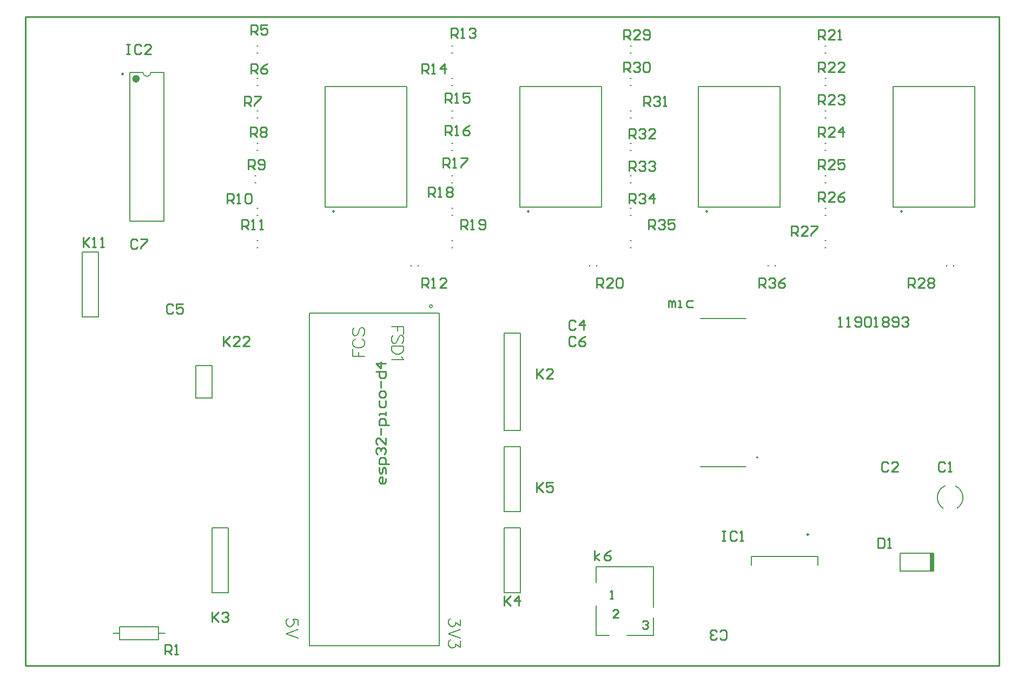
<source format=gto>
G04*
G04 #@! TF.GenerationSoftware,Altium Limited,Altium Designer,20.0.12 (288)*
G04*
G04 Layer_Color=65535*
%FSLAX23Y23*%
%MOIN*%
G70*
G01*
G75*
%ADD10C,0.010*%
%ADD11C,0.008*%
%ADD12C,0.024*%
%ADD13C,0.005*%
%ADD14C,0.010*%
%ADD15C,0.008*%
%ADD16R,0.031X0.110*%
D10*
X6427Y1810D02*
G03*
X6427Y1810I-5J0D01*
G01*
X2205Y4649D02*
G03*
X2205Y4649I-5J0D01*
G01*
X3505Y3802D02*
G03*
X3505Y3802I-5J0D01*
G01*
X4705D02*
G03*
X4705Y3802I-5J0D01*
G01*
X7005D02*
G03*
X7005Y3802I-5J0D01*
G01*
X5805D02*
G03*
X5805Y3802I-5J0D01*
G01*
D11*
X6115Y2285D02*
G03*
X6115Y2285I-4J0D01*
G01*
X7342Y1972D02*
G03*
X7333Y2110I-42J66D01*
G01*
X7267D02*
G03*
X7258Y1972I33J-72D01*
G01*
X4109Y3217D02*
G03*
X4109Y3217I-9J0D01*
G01*
X2325Y4659D02*
G03*
X2375Y4659I25J0D01*
G01*
X6075Y1674D02*
X6485D01*
X6075Y1623D02*
Y1674D01*
X6485Y1623D02*
Y1674D01*
X3028Y4379D02*
X3035D01*
X3028Y4421D02*
X3035D01*
X5328Y4379D02*
X5335D01*
X5328Y4421D02*
X5335D01*
X5328Y3579D02*
X5335D01*
X5328Y3621D02*
X5335D01*
X6528Y3579D02*
X6535D01*
X6528Y3621D02*
X6535D01*
X2650Y2650D02*
Y2850D01*
Y2650D02*
X2750D01*
Y2850D01*
X2650D02*
X2750D01*
X4550Y1950D02*
X4650D01*
X4550D02*
Y2350D01*
X4650Y1950D02*
Y2350D01*
X4550D02*
X4650D01*
X4550Y2450D02*
Y3050D01*
X4650Y2450D02*
Y3050D01*
X4550D02*
X4650D01*
X4550Y2450D02*
X4650D01*
X6221Y3465D02*
Y3472D01*
X6179Y3465D02*
Y3472D01*
X7321Y3465D02*
Y3472D01*
X7279Y3465D02*
Y3472D01*
X4021Y3465D02*
Y3472D01*
X3979Y3465D02*
Y3472D01*
X4228Y4779D02*
X4235D01*
X4228Y4821D02*
X4235D01*
X3028Y4579D02*
X3035D01*
X3028Y4621D02*
X3035D01*
X3028Y4179D02*
X3035D01*
X3028Y4221D02*
X3035D01*
X3015Y3979D02*
X3022D01*
X3015Y4021D02*
X3022D01*
X3028Y4821D02*
X3035D01*
X3028Y4779D02*
X3035D01*
X3028Y3621D02*
X3035D01*
X3028Y3579D02*
X3035D01*
X2420Y1200D02*
X2460D01*
X2140D02*
X2180D01*
Y1160D02*
X2420D01*
Y1240D01*
X2180D02*
X2420D01*
X2180Y1160D02*
Y1240D01*
X2750Y1850D02*
X2850D01*
Y1450D02*
Y1850D01*
X2750Y1450D02*
Y1850D01*
Y1450D02*
X2850D01*
X4550D02*
X4650D01*
X4550D02*
Y1850D01*
X4650Y1450D02*
Y1850D01*
X4550D02*
X4650D01*
X3028Y3779D02*
X3035D01*
X3028Y3821D02*
X3035D01*
X2244Y3741D02*
X2456D01*
X2375Y4659D02*
X2456D01*
X2244D02*
X2325D01*
X2456Y3741D02*
Y4659D01*
X2244Y3741D02*
Y4659D01*
X5121Y3465D02*
Y3472D01*
X5079Y3465D02*
Y3472D01*
X3448Y3828D02*
X3952D01*
Y4572D01*
X3448D02*
X3952D01*
X3448Y3828D02*
Y4572D01*
X4648Y3828D02*
X5152D01*
Y4572D01*
X4648D02*
X5152D01*
X4648Y3828D02*
Y4572D01*
X4228Y3579D02*
X4235D01*
X4228Y3621D02*
X4235D01*
X4228Y3779D02*
X4235D01*
X4228Y3821D02*
X4235D01*
X4228Y4179D02*
X4235D01*
X4228Y4221D02*
X4235D01*
X4228Y4579D02*
X4235D01*
X4228Y4621D02*
X4235D01*
X4228Y4379D02*
X4235D01*
X4228Y4421D02*
X4235D01*
X5328Y3779D02*
X5335D01*
X5328Y3821D02*
X5335D01*
X5328Y3979D02*
X5335D01*
X5328Y4021D02*
X5335D01*
X5328Y4179D02*
X5335D01*
X5328Y4221D02*
X5335D01*
X5328Y4579D02*
X5335D01*
X5328Y4621D02*
X5335D01*
X4228Y3979D02*
X4235D01*
X4228Y4021D02*
X4235D01*
X6948Y3828D02*
Y4572D01*
X7452D01*
Y3828D02*
Y4572D01*
X6948Y3828D02*
X7452D01*
X5748D02*
Y4572D01*
X6252D01*
Y3828D02*
Y4572D01*
X5748Y3828D02*
X6252D01*
X6528Y4821D02*
X6535D01*
X6528Y4779D02*
X6535D01*
X5328Y4821D02*
X5335D01*
X5328Y4779D02*
X5335D01*
X6528Y4621D02*
X6535D01*
X6528Y4579D02*
X6535D01*
X6528Y4421D02*
X6535D01*
X6528Y4379D02*
X6535D01*
X6528Y4179D02*
X6535D01*
X6528Y4221D02*
X6535D01*
X1950Y3150D02*
X2050D01*
X1950D02*
Y3550D01*
X2050Y3150D02*
Y3550D01*
X1950D02*
X2050D01*
X6528Y4021D02*
X6535D01*
X6528Y3979D02*
X6535D01*
X6528Y3821D02*
X6535D01*
X6528Y3779D02*
X6535D01*
X6990Y1585D02*
Y1695D01*
X7198D01*
X6990Y1585D02*
X7198D01*
D12*
X2295Y4619D02*
G03*
X2295Y4619I-12J0D01*
G01*
D13*
X5763Y3142D02*
X6042D01*
X5763Y2228D02*
X6042D01*
X4150Y1126D02*
Y3174D01*
X3350Y1126D02*
X4150D01*
X3350D02*
Y3174D01*
X4150D01*
X5118Y1610D02*
X5472D01*
X5118Y1516D02*
Y1610D01*
X5472Y1362D02*
Y1610D01*
Y1189D02*
Y1299D01*
X5307Y1189D02*
X5472D01*
X5118D02*
Y1370D01*
Y1189D02*
X5197D01*
D14*
X5895Y1830D02*
X5915D01*
X5905D01*
Y1770D01*
X5895D01*
X5915D01*
X5985Y1820D02*
X5975Y1830D01*
X5955D01*
X5945Y1820D01*
Y1780D01*
X5955Y1770D01*
X5975D01*
X5985Y1780D01*
X6005Y1770D02*
X6025D01*
X6015D01*
Y1830D01*
X6005Y1820D01*
X2950Y4450D02*
Y4510D01*
X2980D01*
X2990Y4500D01*
Y4480D01*
X2980Y4470D01*
X2950D01*
X2970D02*
X2990Y4450D01*
X3010Y4510D02*
X3050D01*
Y4500D01*
X3010Y4460D01*
Y4450D01*
X6610Y3090D02*
X6630D01*
X6620D01*
Y3150D01*
X6610Y3140D01*
X6660Y3090D02*
X6680D01*
X6670D01*
Y3150D01*
X6660Y3140D01*
X6710Y3100D02*
X6720Y3090D01*
X6740D01*
X6750Y3100D01*
Y3140D01*
X6740Y3150D01*
X6720D01*
X6710Y3140D01*
Y3130D01*
X6720Y3120D01*
X6750D01*
X6770Y3140D02*
X6780Y3150D01*
X6800D01*
X6810Y3140D01*
Y3100D01*
X6800Y3090D01*
X6780D01*
X6770Y3100D01*
Y3140D01*
X6830Y3090D02*
X6850D01*
X6840D01*
Y3150D01*
X6830Y3140D01*
X6880D02*
X6890Y3150D01*
X6910D01*
X6920Y3140D01*
Y3130D01*
X6910Y3120D01*
X6920Y3110D01*
Y3100D01*
X6910Y3090D01*
X6890D01*
X6880Y3100D01*
Y3110D01*
X6890Y3120D01*
X6880Y3130D01*
Y3140D01*
X6890Y3120D02*
X6910D01*
X6940Y3100D02*
X6950Y3090D01*
X6970D01*
X6980Y3100D01*
Y3140D01*
X6970Y3150D01*
X6950D01*
X6940Y3140D01*
Y3130D01*
X6950Y3120D01*
X6980D01*
X7000Y3140D02*
X7010Y3150D01*
X7030D01*
X7040Y3140D01*
Y3130D01*
X7030Y3120D01*
X7020D01*
X7030D01*
X7040Y3110D01*
Y3100D01*
X7030Y3090D01*
X7010D01*
X7000Y3100D01*
X5206Y1416D02*
X5223D01*
X5215D01*
Y1466D01*
X5206Y1458D01*
X5404Y1271D02*
X5413Y1279D01*
X5429D01*
X5438Y1271D01*
Y1262D01*
X5429Y1254D01*
X5421D01*
X5429D01*
X5438Y1246D01*
Y1237D01*
X5429Y1229D01*
X5413D01*
X5404Y1237D01*
X5255Y1297D02*
X5221D01*
X5255Y1330D01*
Y1338D01*
X5246Y1347D01*
X5230D01*
X5221Y1338D01*
X3820Y2155D02*
Y2135D01*
X3810Y2125D01*
X3790D01*
X3780Y2135D01*
Y2155D01*
X3790Y2165D01*
X3800D01*
Y2125D01*
X3820Y2185D02*
Y2215D01*
X3810Y2225D01*
X3800Y2215D01*
Y2195D01*
X3790Y2185D01*
X3780Y2195D01*
Y2225D01*
X3840Y2245D02*
X3780D01*
Y2275D01*
X3790Y2285D01*
X3810D01*
X3820Y2275D01*
Y2245D01*
X3770Y2305D02*
X3760Y2315D01*
Y2335D01*
X3770Y2345D01*
X3780D01*
X3790Y2335D01*
Y2325D01*
Y2335D01*
X3800Y2345D01*
X3810D01*
X3820Y2335D01*
Y2315D01*
X3810Y2305D01*
X3820Y2405D02*
Y2365D01*
X3780Y2405D01*
X3770D01*
X3760Y2395D01*
Y2375D01*
X3770Y2365D01*
X3790Y2425D02*
Y2465D01*
X3840Y2485D02*
X3780D01*
Y2515D01*
X3790Y2525D01*
X3810D01*
X3820Y2515D01*
Y2485D01*
Y2545D02*
Y2565D01*
Y2555D01*
X3780D01*
Y2545D01*
Y2635D02*
Y2605D01*
X3790Y2595D01*
X3810D01*
X3820Y2605D01*
Y2635D01*
Y2665D02*
Y2685D01*
X3810Y2695D01*
X3790D01*
X3780Y2685D01*
Y2665D01*
X3790Y2655D01*
X3810D01*
X3820Y2665D01*
X3790Y2715D02*
Y2755D01*
X3760Y2815D02*
X3820D01*
Y2785D01*
X3810Y2775D01*
X3790D01*
X3780Y2785D01*
Y2815D01*
X3820Y2865D02*
X3760D01*
X3790Y2835D01*
Y2875D01*
X2225Y4830D02*
X2245D01*
X2235D01*
Y4770D01*
X2225D01*
X2245D01*
X2315Y4820D02*
X2305Y4830D01*
X2285D01*
X2275Y4820D01*
Y4780D01*
X2285Y4770D01*
X2305D01*
X2315Y4780D01*
X2375Y4770D02*
X2335D01*
X2375Y4810D01*
Y4820D01*
X2365Y4830D01*
X2345D01*
X2335Y4820D01*
X6120Y3330D02*
Y3390D01*
X6150D01*
X6160Y3380D01*
Y3360D01*
X6150Y3350D01*
X6120D01*
X6140D02*
X6160Y3330D01*
X6180Y3380D02*
X6190Y3390D01*
X6210D01*
X6220Y3380D01*
Y3370D01*
X6210Y3360D01*
X6200D01*
X6210D01*
X6220Y3350D01*
Y3340D01*
X6210Y3330D01*
X6190D01*
X6180Y3340D01*
X6280Y3390D02*
X6260Y3380D01*
X6240Y3360D01*
Y3340D01*
X6250Y3330D01*
X6270D01*
X6280Y3340D01*
Y3350D01*
X6270Y3360D01*
X6240D01*
X5440Y3690D02*
Y3750D01*
X5470D01*
X5480Y3740D01*
Y3720D01*
X5470Y3710D01*
X5440D01*
X5460D02*
X5480Y3690D01*
X5500Y3740D02*
X5510Y3750D01*
X5530D01*
X5540Y3740D01*
Y3730D01*
X5530Y3720D01*
X5520D01*
X5530D01*
X5540Y3710D01*
Y3700D01*
X5530Y3690D01*
X5510D01*
X5500Y3700D01*
X5600Y3750D02*
X5560D01*
Y3720D01*
X5580Y3730D01*
X5590D01*
X5600Y3720D01*
Y3700D01*
X5590Y3690D01*
X5570D01*
X5560Y3700D01*
X5320Y3850D02*
Y3910D01*
X5350D01*
X5360Y3900D01*
Y3880D01*
X5350Y3870D01*
X5320D01*
X5340D02*
X5360Y3850D01*
X5380Y3900D02*
X5390Y3910D01*
X5410D01*
X5420Y3900D01*
Y3890D01*
X5410Y3880D01*
X5400D01*
X5410D01*
X5420Y3870D01*
Y3860D01*
X5410Y3850D01*
X5390D01*
X5380Y3860D01*
X5470Y3850D02*
Y3910D01*
X5440Y3880D01*
X5480D01*
X5320Y4050D02*
Y4110D01*
X5350D01*
X5360Y4100D01*
Y4080D01*
X5350Y4070D01*
X5320D01*
X5340D02*
X5360Y4050D01*
X5380Y4100D02*
X5390Y4110D01*
X5410D01*
X5420Y4100D01*
Y4090D01*
X5410Y4080D01*
X5400D01*
X5410D01*
X5420Y4070D01*
Y4060D01*
X5410Y4050D01*
X5390D01*
X5380Y4060D01*
X5440Y4100D02*
X5450Y4110D01*
X5470D01*
X5480Y4100D01*
Y4090D01*
X5470Y4080D01*
X5460D01*
X5470D01*
X5480Y4070D01*
Y4060D01*
X5470Y4050D01*
X5450D01*
X5440Y4060D01*
X5320Y4250D02*
Y4310D01*
X5350D01*
X5360Y4300D01*
Y4280D01*
X5350Y4270D01*
X5320D01*
X5340D02*
X5360Y4250D01*
X5380Y4300D02*
X5390Y4310D01*
X5410D01*
X5420Y4300D01*
Y4290D01*
X5410Y4280D01*
X5400D01*
X5410D01*
X5420Y4270D01*
Y4260D01*
X5410Y4250D01*
X5390D01*
X5380Y4260D01*
X5480Y4250D02*
X5440D01*
X5480Y4290D01*
Y4300D01*
X5470Y4310D01*
X5450D01*
X5440Y4300D01*
X5410Y4450D02*
Y4510D01*
X5440D01*
X5450Y4500D01*
Y4480D01*
X5440Y4470D01*
X5410D01*
X5430D02*
X5450Y4450D01*
X5470Y4500D02*
X5480Y4510D01*
X5500D01*
X5510Y4500D01*
Y4490D01*
X5500Y4480D01*
X5490D01*
X5500D01*
X5510Y4470D01*
Y4460D01*
X5500Y4450D01*
X5480D01*
X5470Y4460D01*
X5530Y4450D02*
X5550D01*
X5540D01*
Y4510D01*
X5530Y4500D01*
X5289Y4662D02*
Y4722D01*
X5319D01*
X5329Y4712D01*
Y4692D01*
X5319Y4682D01*
X5289D01*
X5309D02*
X5329Y4662D01*
X5349Y4712D02*
X5359Y4722D01*
X5379D01*
X5389Y4712D01*
Y4702D01*
X5379Y4692D01*
X5369D01*
X5379D01*
X5389Y4682D01*
Y4672D01*
X5379Y4662D01*
X5359D01*
X5349Y4672D01*
X5409Y4712D02*
X5419Y4722D01*
X5439D01*
X5449Y4712D01*
Y4672D01*
X5439Y4662D01*
X5419D01*
X5409Y4672D01*
Y4712D01*
X5289Y4862D02*
Y4922D01*
X5319D01*
X5329Y4912D01*
Y4892D01*
X5319Y4882D01*
X5289D01*
X5309D02*
X5329Y4862D01*
X5389D02*
X5349D01*
X5389Y4902D01*
Y4912D01*
X5379Y4922D01*
X5359D01*
X5349Y4912D01*
X5409Y4872D02*
X5419Y4862D01*
X5439D01*
X5449Y4872D01*
Y4912D01*
X5439Y4922D01*
X5419D01*
X5409Y4912D01*
Y4902D01*
X5419Y4892D01*
X5449D01*
X7040Y3330D02*
Y3390D01*
X7070D01*
X7080Y3380D01*
Y3360D01*
X7070Y3350D01*
X7040D01*
X7060D02*
X7080Y3330D01*
X7140D02*
X7100D01*
X7140Y3370D01*
Y3380D01*
X7130Y3390D01*
X7110D01*
X7100Y3380D01*
X7160D02*
X7170Y3390D01*
X7190D01*
X7200Y3380D01*
Y3370D01*
X7190Y3360D01*
X7200Y3350D01*
Y3340D01*
X7190Y3330D01*
X7170D01*
X7160Y3340D01*
Y3350D01*
X7170Y3360D01*
X7160Y3370D01*
Y3380D01*
X7170Y3360D02*
X7190D01*
X6320Y3650D02*
Y3710D01*
X6350D01*
X6360Y3700D01*
Y3680D01*
X6350Y3670D01*
X6320D01*
X6340D02*
X6360Y3650D01*
X6420D02*
X6380D01*
X6420Y3690D01*
Y3700D01*
X6410Y3710D01*
X6390D01*
X6380Y3700D01*
X6440Y3710D02*
X6480D01*
Y3700D01*
X6440Y3660D01*
Y3650D01*
X6489Y3862D02*
Y3922D01*
X6519D01*
X6529Y3912D01*
Y3892D01*
X6519Y3882D01*
X6489D01*
X6509D02*
X6529Y3862D01*
X6589D02*
X6549D01*
X6589Y3902D01*
Y3912D01*
X6579Y3922D01*
X6559D01*
X6549Y3912D01*
X6649Y3922D02*
X6629Y3912D01*
X6609Y3892D01*
Y3872D01*
X6619Y3862D01*
X6639D01*
X6649Y3872D01*
Y3882D01*
X6639Y3892D01*
X6609D01*
X6489Y4062D02*
Y4122D01*
X6519D01*
X6529Y4112D01*
Y4092D01*
X6519Y4082D01*
X6489D01*
X6509D02*
X6529Y4062D01*
X6589D02*
X6549D01*
X6589Y4102D01*
Y4112D01*
X6579Y4122D01*
X6559D01*
X6549Y4112D01*
X6649Y4122D02*
X6609D01*
Y4092D01*
X6629Y4102D01*
X6639D01*
X6649Y4092D01*
Y4072D01*
X6639Y4062D01*
X6619D01*
X6609Y4072D01*
X6489Y4262D02*
Y4322D01*
X6519D01*
X6529Y4312D01*
Y4292D01*
X6519Y4282D01*
X6489D01*
X6509D02*
X6529Y4262D01*
X6589D02*
X6549D01*
X6589Y4302D01*
Y4312D01*
X6579Y4322D01*
X6559D01*
X6549Y4312D01*
X6639Y4262D02*
Y4322D01*
X6609Y4292D01*
X6649D01*
X6489Y4462D02*
Y4522D01*
X6519D01*
X6529Y4512D01*
Y4492D01*
X6519Y4482D01*
X6489D01*
X6509D02*
X6529Y4462D01*
X6589D02*
X6549D01*
X6589Y4502D01*
Y4512D01*
X6579Y4522D01*
X6559D01*
X6549Y4512D01*
X6609D02*
X6619Y4522D01*
X6639D01*
X6649Y4512D01*
Y4502D01*
X6639Y4492D01*
X6629D01*
X6639D01*
X6649Y4482D01*
Y4472D01*
X6639Y4462D01*
X6619D01*
X6609Y4472D01*
X6489Y4662D02*
Y4722D01*
X6519D01*
X6529Y4712D01*
Y4692D01*
X6519Y4682D01*
X6489D01*
X6509D02*
X6529Y4662D01*
X6589D02*
X6549D01*
X6589Y4702D01*
Y4712D01*
X6579Y4722D01*
X6559D01*
X6549Y4712D01*
X6649Y4662D02*
X6609D01*
X6649Y4702D01*
Y4712D01*
X6639Y4722D01*
X6619D01*
X6609Y4712D01*
X6489Y4862D02*
Y4922D01*
X6519D01*
X6529Y4912D01*
Y4892D01*
X6519Y4882D01*
X6489D01*
X6509D02*
X6529Y4862D01*
X6589D02*
X6549D01*
X6589Y4902D01*
Y4912D01*
X6579Y4922D01*
X6559D01*
X6549Y4912D01*
X6609Y4862D02*
X6629D01*
X6619D01*
Y4922D01*
X6609Y4912D01*
X5120Y3330D02*
Y3390D01*
X5150D01*
X5160Y3380D01*
Y3360D01*
X5150Y3350D01*
X5120D01*
X5140D02*
X5160Y3330D01*
X5220D02*
X5180D01*
X5220Y3370D01*
Y3380D01*
X5210Y3390D01*
X5190D01*
X5180Y3380D01*
X5240D02*
X5250Y3390D01*
X5270D01*
X5280Y3380D01*
Y3340D01*
X5270Y3330D01*
X5250D01*
X5240Y3340D01*
Y3380D01*
X4285Y3690D02*
Y3750D01*
X4315D01*
X4325Y3740D01*
Y3720D01*
X4315Y3710D01*
X4285D01*
X4305D02*
X4325Y3690D01*
X4345D02*
X4365D01*
X4355D01*
Y3750D01*
X4345Y3740D01*
X4395Y3700D02*
X4405Y3690D01*
X4425D01*
X4435Y3700D01*
Y3740D01*
X4425Y3750D01*
X4405D01*
X4395Y3740D01*
Y3730D01*
X4405Y3720D01*
X4435D01*
X4085Y3890D02*
Y3950D01*
X4115D01*
X4125Y3940D01*
Y3920D01*
X4115Y3910D01*
X4085D01*
X4105D02*
X4125Y3890D01*
X4145D02*
X4165D01*
X4155D01*
Y3950D01*
X4145Y3940D01*
X4195D02*
X4205Y3950D01*
X4225D01*
X4235Y3940D01*
Y3930D01*
X4225Y3920D01*
X4235Y3910D01*
Y3900D01*
X4225Y3890D01*
X4205D01*
X4195Y3900D01*
Y3910D01*
X4205Y3920D01*
X4195Y3930D01*
Y3940D01*
X4205Y3920D02*
X4225D01*
X4175Y4070D02*
Y4130D01*
X4205D01*
X4215Y4120D01*
Y4100D01*
X4205Y4090D01*
X4175D01*
X4195D02*
X4215Y4070D01*
X4235D02*
X4255D01*
X4245D01*
Y4130D01*
X4235Y4120D01*
X4285Y4130D02*
X4325D01*
Y4120D01*
X4285Y4080D01*
Y4070D01*
X4188Y4270D02*
Y4330D01*
X4218D01*
X4228Y4320D01*
Y4300D01*
X4218Y4290D01*
X4188D01*
X4208D02*
X4228Y4270D01*
X4248D02*
X4268D01*
X4258D01*
Y4330D01*
X4248Y4320D01*
X4338Y4330D02*
X4318Y4320D01*
X4298Y4300D01*
Y4280D01*
X4308Y4270D01*
X4328D01*
X4338Y4280D01*
Y4290D01*
X4328Y4300D01*
X4298D01*
X4188Y4470D02*
Y4530D01*
X4218D01*
X4228Y4520D01*
Y4500D01*
X4218Y4490D01*
X4188D01*
X4208D02*
X4228Y4470D01*
X4248D02*
X4268D01*
X4258D01*
Y4530D01*
X4248Y4520D01*
X4338Y4530D02*
X4298D01*
Y4500D01*
X4318Y4510D01*
X4328D01*
X4338Y4500D01*
Y4480D01*
X4328Y4470D01*
X4308D01*
X4298Y4480D01*
X4045Y4650D02*
Y4710D01*
X4075D01*
X4085Y4700D01*
Y4680D01*
X4075Y4670D01*
X4045D01*
X4065D02*
X4085Y4650D01*
X4105D02*
X4125D01*
X4115D01*
Y4710D01*
X4105Y4700D01*
X4185Y4650D02*
Y4710D01*
X4155Y4680D01*
X4195D01*
X4225Y4870D02*
Y4930D01*
X4255D01*
X4265Y4920D01*
Y4900D01*
X4255Y4890D01*
X4225D01*
X4245D02*
X4265Y4870D01*
X4285D02*
X4305D01*
X4295D01*
Y4930D01*
X4285Y4920D01*
X4335D02*
X4345Y4930D01*
X4365D01*
X4375Y4920D01*
Y4910D01*
X4365Y4900D01*
X4355D01*
X4365D01*
X4375Y4890D01*
Y4880D01*
X4365Y4870D01*
X4345D01*
X4335Y4880D01*
X4045Y3330D02*
Y3390D01*
X4075D01*
X4085Y3380D01*
Y3360D01*
X4075Y3350D01*
X4045D01*
X4065D02*
X4085Y3330D01*
X4105D02*
X4125D01*
X4115D01*
Y3390D01*
X4105Y3380D01*
X4195Y3330D02*
X4155D01*
X4195Y3370D01*
Y3380D01*
X4185Y3390D01*
X4165D01*
X4155Y3380D01*
X2935Y3690D02*
Y3750D01*
X2965D01*
X2975Y3740D01*
Y3720D01*
X2965Y3710D01*
X2935D01*
X2955D02*
X2975Y3690D01*
X2995D02*
X3015D01*
X3005D01*
Y3750D01*
X2995Y3740D01*
X3045Y3690D02*
X3065D01*
X3055D01*
Y3750D01*
X3045Y3740D01*
X2845Y3850D02*
Y3910D01*
X2875D01*
X2885Y3900D01*
Y3880D01*
X2875Y3870D01*
X2845D01*
X2865D02*
X2885Y3850D01*
X2905D02*
X2925D01*
X2915D01*
Y3910D01*
X2905Y3900D01*
X2955D02*
X2965Y3910D01*
X2985D01*
X2995Y3900D01*
Y3860D01*
X2985Y3850D01*
X2965D01*
X2955Y3860D01*
Y3900D01*
X2976Y4062D02*
Y4122D01*
X3006D01*
X3016Y4112D01*
Y4092D01*
X3006Y4082D01*
X2976D01*
X2996D02*
X3016Y4062D01*
X3036Y4072D02*
X3046Y4062D01*
X3066D01*
X3076Y4072D01*
Y4112D01*
X3066Y4122D01*
X3046D01*
X3036Y4112D01*
Y4102D01*
X3046Y4092D01*
X3076D01*
X2989Y4262D02*
Y4322D01*
X3019D01*
X3029Y4312D01*
Y4292D01*
X3019Y4282D01*
X2989D01*
X3009D02*
X3029Y4262D01*
X3049Y4312D02*
X3059Y4322D01*
X3079D01*
X3089Y4312D01*
Y4302D01*
X3079Y4292D01*
X3089Y4282D01*
Y4272D01*
X3079Y4262D01*
X3059D01*
X3049Y4272D01*
Y4282D01*
X3059Y4292D01*
X3049Y4302D01*
Y4312D01*
X3059Y4292D02*
X3079D01*
X2990Y4650D02*
Y4710D01*
X3020D01*
X3030Y4700D01*
Y4680D01*
X3020Y4670D01*
X2990D01*
X3010D02*
X3030Y4650D01*
X3090Y4710D02*
X3070Y4700D01*
X3050Y4680D01*
Y4660D01*
X3060Y4650D01*
X3080D01*
X3090Y4660D01*
Y4670D01*
X3080Y4680D01*
X3050D01*
X2990Y4890D02*
Y4950D01*
X3020D01*
X3030Y4940D01*
Y4920D01*
X3020Y4910D01*
X2990D01*
X3010D02*
X3030Y4890D01*
X3090Y4950D02*
X3050D01*
Y4920D01*
X3070Y4930D01*
X3080D01*
X3090Y4920D01*
Y4900D01*
X3080Y4890D01*
X3060D01*
X3050Y4900D01*
X2460Y1070D02*
Y1130D01*
X2490D01*
X2500Y1120D01*
Y1100D01*
X2490Y1090D01*
X2460D01*
X2480D02*
X2500Y1070D01*
X2520D02*
X2540D01*
X2530D01*
Y1130D01*
X2520Y1120D01*
X5565Y3210D02*
Y3250D01*
X5575D01*
X5585Y3240D01*
Y3210D01*
Y3240D01*
X5595Y3250D01*
X5605Y3240D01*
Y3210D01*
X5625D02*
X5645D01*
X5635D01*
Y3250D01*
X5625D01*
X5715D02*
X5685D01*
X5675Y3240D01*
Y3220D01*
X5685Y3210D01*
X5715D01*
X2820Y3030D02*
Y2970D01*
Y2990D01*
X2860Y3030D01*
X2830Y3000D01*
X2860Y2970D01*
X2920D02*
X2880D01*
X2920Y3010D01*
Y3020D01*
X2910Y3030D01*
X2890D01*
X2880Y3020D01*
X2980Y2970D02*
X2940D01*
X2980Y3010D01*
Y3020D01*
X2970Y3030D01*
X2950D01*
X2940Y3020D01*
X1957Y3643D02*
Y3583D01*
Y3603D01*
X1996Y3643D01*
X1966Y3613D01*
X1996Y3583D01*
X2016D02*
X2036D01*
X2026D01*
Y3643D01*
X2016Y3633D01*
X2066Y3583D02*
X2086D01*
X2076D01*
Y3643D01*
X2066Y3633D01*
X5108Y1650D02*
Y1710D01*
Y1670D02*
X5138Y1690D01*
X5108Y1670D02*
X5138Y1650D01*
X5208Y1710D02*
X5188Y1700D01*
X5168Y1680D01*
Y1660D01*
X5178Y1650D01*
X5198D01*
X5208Y1660D01*
Y1670D01*
X5198Y1680D01*
X5168D01*
X4750Y2130D02*
Y2070D01*
Y2090D01*
X4790Y2130D01*
X4760Y2100D01*
X4790Y2070D01*
X4850Y2130D02*
X4810D01*
Y2100D01*
X4830Y2110D01*
X4840D01*
X4850Y2100D01*
Y2080D01*
X4840Y2070D01*
X4820D01*
X4810Y2080D01*
X4550Y1430D02*
Y1370D01*
Y1390D01*
X4590Y1430D01*
X4560Y1400D01*
X4590Y1370D01*
X4640D02*
Y1430D01*
X4610Y1400D01*
X4650D01*
X2750Y1330D02*
Y1270D01*
Y1290D01*
X2790Y1330D01*
X2760Y1300D01*
X2790Y1270D01*
X2810Y1320D02*
X2820Y1330D01*
X2840D01*
X2850Y1320D01*
Y1310D01*
X2840Y1300D01*
X2830D01*
X2840D01*
X2850Y1290D01*
Y1280D01*
X2840Y1270D01*
X2820D01*
X2810Y1280D01*
X4750Y2830D02*
Y2770D01*
Y2790D01*
X4790Y2830D01*
X4760Y2800D01*
X4790Y2770D01*
X4850D02*
X4810D01*
X4850Y2810D01*
Y2820D01*
X4840Y2830D01*
X4820D01*
X4810Y2820D01*
X6855Y1789D02*
Y1729D01*
X6885D01*
X6895Y1739D01*
Y1779D01*
X6885Y1789D01*
X6855D01*
X6915Y1729D02*
X6935D01*
X6925D01*
Y1789D01*
X6915Y1779D01*
X2290Y3620D02*
X2280Y3630D01*
X2260D01*
X2250Y3620D01*
Y3580D01*
X2260Y3570D01*
X2280D01*
X2290Y3580D01*
X2310Y3630D02*
X2350D01*
Y3620D01*
X2310Y3580D01*
Y3570D01*
X4990Y3020D02*
X4980Y3030D01*
X4960D01*
X4950Y3020D01*
Y2980D01*
X4960Y2970D01*
X4980D01*
X4990Y2980D01*
X5050Y3030D02*
X5030Y3020D01*
X5010Y3000D01*
Y2980D01*
X5020Y2970D01*
X5040D01*
X5050Y2980D01*
Y2990D01*
X5040Y3000D01*
X5010D01*
X2510Y3220D02*
X2500Y3230D01*
X2480D01*
X2470Y3220D01*
Y3180D01*
X2480Y3170D01*
X2500D01*
X2510Y3180D01*
X2570Y3230D02*
X2530D01*
Y3200D01*
X2550Y3210D01*
X2560D01*
X2570Y3200D01*
Y3180D01*
X2560Y3170D01*
X2540D01*
X2530Y3180D01*
X4990Y3120D02*
X4980Y3130D01*
X4960D01*
X4950Y3120D01*
Y3080D01*
X4960Y3070D01*
X4980D01*
X4990Y3080D01*
X5040Y3070D02*
Y3130D01*
X5010Y3100D01*
X5050D01*
X5880Y1170D02*
X5890Y1160D01*
X5910D01*
X5920Y1170D01*
Y1210D01*
X5910Y1220D01*
X5890D01*
X5880Y1210D01*
X5860Y1170D02*
X5850Y1160D01*
X5830D01*
X5820Y1170D01*
Y1180D01*
X5830Y1190D01*
X5840D01*
X5830D01*
X5820Y1200D01*
Y1210D01*
X5830Y1220D01*
X5850D01*
X5860Y1210D01*
X6917Y2248D02*
X6907Y2258D01*
X6887D01*
X6877Y2248D01*
Y2208D01*
X6887Y2198D01*
X6907D01*
X6917Y2208D01*
X6977Y2198D02*
X6937D01*
X6977Y2238D01*
Y2248D01*
X6967Y2258D01*
X6947D01*
X6937Y2248D01*
X7267Y2247D02*
X7257Y2257D01*
X7237D01*
X7227Y2247D01*
Y2207D01*
X7237Y2197D01*
X7257D01*
X7267Y2207D01*
X7287Y2197D02*
X7307D01*
X7297D01*
Y2257D01*
X7287Y2247D01*
X1600Y5000D02*
X7600D01*
Y1000D02*
Y5000D01*
X1600Y1000D02*
X7600D01*
X1600D02*
Y5000D01*
D15*
X3618Y2908D02*
X3692D01*
X3618D02*
Y2954D01*
X3654Y2908D02*
Y2936D01*
X3636Y3015D02*
X3629Y3011D01*
X3622Y3004D01*
X3618Y2997D01*
Y2983D01*
X3622Y2976D01*
X3629Y2969D01*
X3636Y2965D01*
X3647Y2962D01*
X3664D01*
X3675Y2965D01*
X3682Y2969D01*
X3689Y2976D01*
X3692Y2983D01*
Y2997D01*
X3689Y3004D01*
X3682Y3011D01*
X3675Y3015D01*
X3629Y3085D02*
X3622Y3078D01*
X3618Y3067D01*
Y3053D01*
X3622Y3042D01*
X3629Y3035D01*
X3636D01*
X3643Y3039D01*
X3647Y3042D01*
X3650Y3049D01*
X3657Y3071D01*
X3661Y3078D01*
X3664Y3081D01*
X3671Y3085D01*
X3682D01*
X3689Y3078D01*
X3692Y3067D01*
Y3053D01*
X3689Y3042D01*
X3682Y3035D01*
X3282Y1250D02*
Y1285D01*
X3250Y1289D01*
X3253Y1285D01*
X3257Y1275D01*
Y1264D01*
X3253Y1254D01*
X3246Y1247D01*
X3236Y1243D01*
X3229D01*
X3218Y1247D01*
X3211Y1254D01*
X3208Y1264D01*
Y1275D01*
X3211Y1285D01*
X3215Y1289D01*
X3222Y1292D01*
X3282Y1226D02*
X3208Y1198D01*
X3282Y1170D02*
X3208Y1198D01*
X3932Y3092D02*
X3858D01*
X3932D02*
Y3046D01*
X3896Y3092D02*
Y3064D01*
X3921Y2989D02*
X3928Y2996D01*
X3932Y3006D01*
Y3020D01*
X3928Y3031D01*
X3921Y3038D01*
X3914D01*
X3907Y3035D01*
X3904Y3031D01*
X3900Y3024D01*
X3893Y3003D01*
X3889Y2996D01*
X3886Y2992D01*
X3879Y2989D01*
X3868D01*
X3861Y2996D01*
X3858Y3006D01*
Y3020D01*
X3861Y3031D01*
X3868Y3038D01*
X3932Y2972D02*
X3858D01*
X3932D02*
Y2948D01*
X3928Y2937D01*
X3921Y2930D01*
X3914Y2927D01*
X3904Y2923D01*
X3886D01*
X3875Y2927D01*
X3868Y2930D01*
X3861Y2937D01*
X3858Y2948D01*
Y2972D01*
X3918Y2907D02*
X3921Y2900D01*
X3932Y2889D01*
X3858D01*
X4282Y1285D02*
Y1247D01*
X4253Y1268D01*
Y1257D01*
X4250Y1250D01*
X4246Y1247D01*
X4236Y1243D01*
X4229D01*
X4218Y1247D01*
X4211Y1254D01*
X4208Y1264D01*
Y1275D01*
X4211Y1285D01*
X4215Y1289D01*
X4222Y1292D01*
X4282Y1226D02*
X4208Y1198D01*
X4282Y1170D02*
X4208Y1198D01*
X4282Y1154D02*
Y1115D01*
X4253Y1136D01*
Y1126D01*
X4250Y1119D01*
X4246Y1115D01*
X4236Y1112D01*
X4229D01*
X4218Y1115D01*
X4211Y1122D01*
X4208Y1133D01*
Y1143D01*
X4211Y1154D01*
X4215Y1157D01*
X4222Y1161D01*
D16*
X7187Y1640D02*
D03*
M02*

</source>
